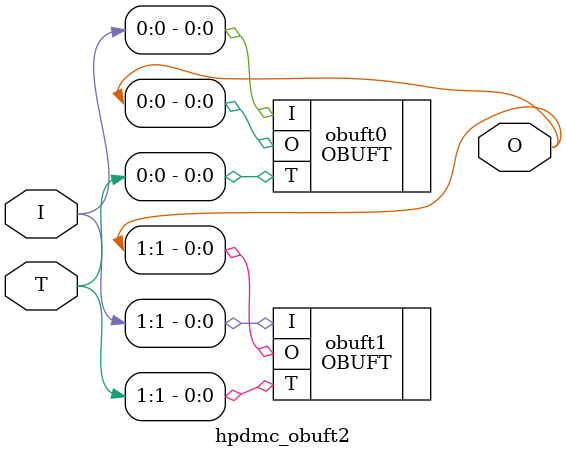
<source format=v>
/*
 * Milkymist VJ SoC
 * Copyright (C) 2007, 2008, 2009 Sebastien Bourdeauducq
 *
 * This program is free software: you can redistribute it and/or modify
 * it under the terms of the GNU General Public License as published by
 * the Free Software Foundation, version 3 of the License.
 *
 * This program is distributed in the hope that it will be useful,
 * but WITHOUT ANY WARRANTY; without even the implied warranty of
 * MERCHANTABILITY or FITNESS FOR A PARTICULAR PURPOSE.  See the
 * GNU General Public License for more details.
 *
 * You should have received a copy of the GNU General Public License
 * along with this program.  If not, see <http://www.gnu.org/licenses/>.
 */

/*
 * Verilog code that really should be replaced with a generate
 * statement, but it does not work with some free simulators.
 * So I put it in a module so as not to make other code unreadable,
 * and keep compatibility with as many simulators as possible.
 */

module hpdmc_obuft2(
	input [1:0] T,
	input [1:0] I,
	output [1:0] O
);

OBUFT obuft0(
	.T(T[0]),
	.I(I[0]),
	.O(O[0])
);
OBUFT obuft1(
	.T(T[1]),
	.I(I[1]),
	.O(O[1])
);


endmodule

</source>
